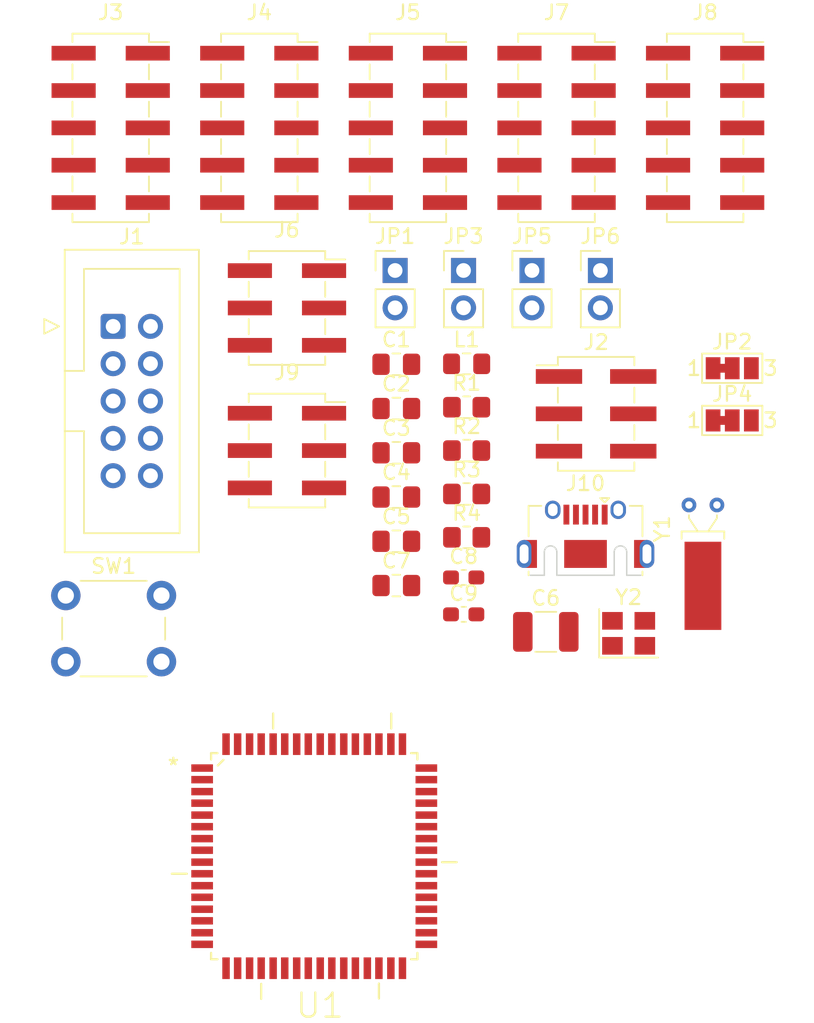
<source format=kicad_pcb>
(kicad_pcb (version 20221018) (generator pcbnew)
  (title_block (title "ATXMEGA256 Miniboard") (date "2025-03-20") (rev "1.0") (company "Koło Naukowe Mikrosystemów ONYKS") (comment 1 "Szymon Bartosik"))
  (layers (0 "F.Cu" signal) (31 "B.Cu" signal) (34 "B.Paste" user) (35 "F.Paste" user) (36 "B.SilkS" user "B.Silkscreen") (37 "F.SilkS" user "F.Silkscreen") (38 "B.Mask" user) (39 "F.Mask" user) (44 "Edge.Cuts" user))
  (net 0 "")
  (net 1 "GND")
  (net 2 "Net-(J1-Pin_3)")
  (net 3 "Net-(U1-AVCC)")
  (net 4 "Net-(JP2-A)")
  (net 5 "Net-(JP4-A)")
  (net 6 "/PB6")
  (net 7 "/PB7")
  (net 8 "/~{RESET}")
  (net 9 "/PB4")
  (net 12 "/PB5")
  (net 13 "/PDI_DATA")
  (net 16 "/PC1")
  (net 17 "/PC3")
  (net 18 "/PC0")
  (net 19 "/PC5")
  (net 20 "/PC2")
  (net 21 "/PC7")
  (net 22 "/PC4")
  (net 23 "/PC6")
  (net 24 "/PA1")
  (net 25 "/PA0")
  (net 26 "/PA3")
  (net 27 "/PA2")
  (net 28 "/PA5")
  (net 29 "/PA4")
  (net 30 "/PA7")
  (net 31 "/PA6")
  (net 32 "/PD1")
  (net 33 "/PD3")
  (net 34 "/PD0")
  (net 35 "/PD5")
  (net 36 "/PD2")
  (net 37 "/PD7")
  (net 38 "/PD4")
  (net 39 "/PD6")
  (net 40 "/PE0")
  (net 41 "/PE1")
  (net 42 "/PE2")
  (net 43 "/PE3")
  (net 44 "/PE4")
  (net 45 "/PE5")
  (net 46 "/PB1")
  (net 47 "/PB0")
  (net 48 "/PB3")
  (net 49 "/PB2")
  (net 50 "/PF1")
  (net 51 "/PF3")
  (net 52 "/PF0")
  (net 53 "/VBAT")
  (net 54 "/PF2")
  (net 55 "/PF7")
  (net 56 "/PF4")
  (net 57 "/PF6")
  (net 58 "Net-(J9-Pin_1)")
  (net 59 "Net-(J9-Pin_6)")
  (net 60 "+5V")
  (net 61 "Net-(J10-D-)")
  (net 62 "Net-(J10-D+)")
  (net 64 "+3V3")
  (net 65 "Net-(JP2-C)")
  (net 66 "Net-(JP3-B)")
  (net 67 "Net-(JP4-C)")
  (net 68 "Net-(JP5-A)")
  (net 69 "Net-(JP6-A)")
  (net 70 "Net-(R2-Pad1)")
  (net 71 "Net-(U1-TOSC2)")
  (net 72 "Net-(U1-TOSC1)")
  (footprint "Connector_PinSocket_2.54mm:PinSocket_2x03_P2.54mm_Vertical_SMD" (layer "F.Cu") (at 134.544 81.732)
    (fp_text reference "J9" (at 0 -5.31) (layer "F.SilkS"))
    (fp_text value "ZL264-6DG")
    (pad "1" smd rect (at 2.52 -2.54) (size 3 1) (layers "F.Cu" "F.Paste" "F.Mask") (net 58 "Net-(J9-Pin_1)"))
    (pad "2" smd rect (at -2.52 -2.54) (size 3 1) (layers "F.Cu" "F.Paste" "F.Mask") (net 2 "Net-(J1-Pin_3)"))
    (pad "3" smd rect (at 2.52 0) (size 3 1) (layers "F.Cu" "F.Paste" "F.Mask") (net 1 "GND"))
    (pad "4" smd rect (at -2.52 0) (size 3 1) (layers "F.Cu" "F.Paste" "F.Mask") (net 2 "Net-(J1-Pin_3)"))
    (pad "5" smd rect (at 2.52 2.54) (size 3 1) (layers "F.Cu" "F.Paste" "F.Mask") (net 1 "GND"))
    (pad "6" smd rect (at -2.52 2.54) (size 3 1) (layers "F.Cu" "F.Paste" "F.Mask") (net 59 "Net-(J9-Pin_6)"))
  )
  (footprint "Connector_PinHeader_2.54mm:PinHeader_1x02_P2.54mm_Vertical" (layer "F.Cu") (at 141.894 69.482)
    (fp_text reference "JP1" (at 0 -2.33) (layer "F.SilkS"))
    (fp_text value "DS1021-1X2SF162-B")
    (pad "1" thru_hole rect (at 0 0) (size 1.7 1.7) (drill 1) (layers "*.Cu" "*.Mask") (net 64 "+3V3"))
    (pad "2" thru_hole oval (at 0 2.54) (size 1.7 1.7) (drill 1) (layers "*.Cu" "*.Mask") (net 2 "Net-(J1-Pin_3)"))
  )
  (footprint "Connector_PinHeader_2.54mm:PinHeader_1x02_P2.54mm_Vertical" (layer "F.Cu") (at 151.194 69.482)
    (fp_text reference "JP5" (at 0 -2.33) (layer "F.SilkS"))
    (fp_text value "DS1021-1X2SF162-B")
    (pad "1" thru_hole rect (at 0 0) (size 1.7 1.7) (drill 1) (layers "*.Cu" "*.Mask") (net 68 "Net-(JP5-A)"))
    (pad "2" thru_hole oval (at 0 2.54) (size 1.7 1.7) (drill 1) (layers "*.Cu" "*.Mask") (net 37 "/PD7"))
  )
  (footprint "Capacitor_SMD:C_0805_2012Metric_Pad1.18x1.45mm_HandSolder" (layer "F.Cu") (at 141.974 78.872)
    (fp_text reference "C2" (at 0 -1.68) (layer "F.SilkS"))
    (fp_text value "100n")
    (pad "1" smd roundrect (at -1.0375 0) (size 1.175 1.45) (layers "F.Cu" "F.Paste" "F.Mask") (roundrect_rratio 0.212766) (net 1 "GND"))
    (pad "2" smd roundrect (at 1.0375 0) (size 1.175 1.45) (layers "F.Cu" "F.Paste" "F.Mask") (roundrect_rratio 0.212766) (net 2 "Net-(J1-Pin_3)"))
  )
  (footprint "Capacitor_SMD:C_0805_2012Metric_Pad1.18x1.45mm_HandSolder" (layer "F.Cu") (at 141.974 90.912)
    (fp_text reference "C7" (at 0 -1.68) (layer "F.SilkS"))
    (fp_text value "100n")
    (pad "1" smd roundrect (at -1.0375 0) (size 1.175 1.45) (layers "F.Cu" "F.Paste" "F.Mask") (roundrect_rratio 0.212766) (net 1 "GND"))
    (pad "2" smd roundrect (at 1.0375 0) (size 1.175 1.45) (layers "F.Cu" "F.Paste" "F.Mask") (roundrect_rratio 0.212766) (net 3 "Net-(U1-AVCC)"))
  )
  (footprint "ATXMega256A3B-AU:QFP80P1600X1600X120-64N" (layer "F.Cu") (at 136.398 109.3216)
    (fp_text reference "U1" (at 0.381 10.16) (layer "F.SilkS") (effects (font (size 1.64 1.64))))
    (fp_text value "ATXMEGA256A3B-AU")
    (fp_text user "*" (at -9.5758 -6.1468) (layer "F.SilkS"))
    (fp_text user "*" (at -9.5758 -6.1468) (layer "F.SilkS"))
    (pad "1" smd rect (at -7.62 -5.9944) (size 1.4732 0.508) (layers "F.Cu" "F.Paste" "F.Mask") (net 26 "/PA3"))
    (pad "2" smd rect (at -7.62 -5.207) (size 1.4732 0.508) (layers "F.Cu" "F.Paste" "F.Mask") (net 29 "/PA4"))
    (pad "3" smd rect (at -7.62 -4.3942) (size 1.4732 0.508) (layers "F.Cu" "F.Paste" "F.Mask") (net 28 "/PA5"))
    (pad "4" smd rect (at -7.62 -3.6068) (size 1.4732 0.508) (layers "F.Cu" "F.Paste" "F.Mask") (net 31 "/PA6"))
    (pad "5" smd rect (at -7.62 -2.794) (size 1.4732 0.508) (layers "F.Cu" "F.Paste" "F.Mask") (net 30 "/PA7"))
    (pad "6" smd rect (at -7.62 -2.0066) (size 1.4732 0.508) (layers "F.Cu" "F.Paste" "F.Mask") (net 47 "/PB0"))
    (pad "7" smd rect (at -7.62 -1.1938) (size 1.4732 0.508) (layers "F.Cu" "F.Paste" "F.Mask") (net 46 "/PB1"))
    (pad "8" smd rect (at -7.62 -0.4064) (size 1.4732 0.508) (layers "F.Cu" "F.Paste" "F.Mask") (net 49 "/PB2"))
    (pad "9" smd rect (at -7.62 0.4064) (size 1.4732 0.508) (layers "F.Cu" "F.Paste" "F.Mask") (net 48 "/PB3"))
    (pad "10" smd rect (at -7.62 1.1938) (size 1.4732 0.508) (layers "F.Cu" "F.Paste" "F.Mask") (net 9 "/PB4"))
    (pad "11" smd rect (at -7.62 2.0066) (size 1.4732 0.508) (layers "F.Cu" "F.Paste" "F.Mask") (net 12 "/PB5"))
    (pad "12" smd rect (at -7.62 2.794) (size 1.4732 0.508) (layers "F.Cu" "F.Paste" "F.Mask") (net 6 "/PB6"))
    (pad "13" smd rect (at -7.62 3.6068) (size 1.4732 0.508) (layers "F.Cu" "F.Paste" "F.Mask") (net 7 "/PB7"))
    (pad "14" smd rect (at -7.62 4.3942) (size 1.4732 0.508) (layers "F.Cu" "F.Paste" "F.Mask") (net 1 "GND"))
    (pad "15" smd rect (at -7.62 5.207) (size 1.4732 0.508) (layers "F.Cu" "F.Paste" "F.Mask") (net 2 "Net-(J1-Pin_3)"))
    (pad "16" smd rect (at -7.62 5.9944) (size 1.4732 0.508) (layers "F.Cu" "F.Paste" "F.Mask") (net 18 "/PC0"))
    (pad "17" smd rect (at -5.9944 7.62) (size 0.508 1.4732) (layers "F.Cu" "F.Paste" "F.Mask") (net 16 "/PC1"))
    (pad "18" smd rect (at -5.207 7.62) (size 0.508 1.4732) (layers "F.Cu" "F.Paste" "F.Mask") (net 20 "/PC2"))
    (pad "19" smd rect (at -4.3942 7.62) (size 0.508 1.4732) (layers "F.Cu" "F.Paste" "F.Mask") (net 17 "/PC3"))
    (pad "20" smd rect (at -3.6068 7.62) (size 0.508 1.4732) (layers "F.Cu" "F.Paste" "F.Mask") (net 22 "/PC4"))
    (pad "21" smd rect (at -2.794 7.62) (size 0.508 1.4732) (layers "F.Cu" "F.Paste" "F.Mask") (net 19 "/PC5"))
    (pad "22" smd rect (at -2.0066 7.62) (size 0.508 1.4732) (layers "F.Cu" "F.Paste" "F.Mask") (net 23 "/PC6"))
    (pad "23" smd rect (at -1.1938 7.62) (size 0.508 1.4732) (layers "F.Cu" "F.Paste" "F.Mask") (net 21 "/PC7"))
    (pad "24" smd rect (at -0.4064 7.62) (size 0.508 1.4732) (layers "F.Cu" "F.Paste" "F.Mask") (net 1 "GND"))
    (pad "25" smd rect (at 0.4064 7.62) (size 0.508 1.4732) (layers "F.Cu" "F.Paste" "F.Mask") (net 2 "Net-(J1-Pin_3)"))
    (pad "26" smd rect (at 1.1938 7.62) (size 0.508 1.4732) (layers "F.Cu" "F.Paste" "F.Mask") (net 34 "/PD0"))
    (pad "27" smd rect (at 2.0066 7.62) (size 0.508 1.4732) (layers "F.Cu" "F.Paste" "F.Mask") (net 32 "/PD1"))
    (pad "28" smd rect (at 2.794 7.62) (size 0.508 1.4732) (layers "F.Cu" "F.Paste" "F.Mask") (net 36 "/PD2"))
    (pad "29" smd rect (at 3.6068 7.62) (size 0.508 1.4732) (layers "F.Cu" "F.Paste" "F.Mask") (net 33 "/PD3"))
    (pad "30" smd rect (at 4.3942 7.62) (size 0.508 1.4732) (layers "F.Cu" "F.Paste" "F.Mask") (net 38 "/PD4"))
    (pad "31" smd rect (at 5.207 7.62) (size 0.508 1.4732) (layers "F.Cu" "F.Paste" "F.Mask") (net 35 "/PD5"))
    (pad "32" smd rect (at 5.9944 7.62) (size 0.508 1.4732) (layers "F.Cu" "F.Paste" "F.Mask") (net 39 "/PD6"))
    (pad "33" smd rect (at 7.62 5.9944) (size 1.4732 0.508) (layers "F.Cu" "F.Paste" "F.Mask") (net 37 "/PD7"))
    (pad "34" smd rect (at 7.62 5.207) (size 1.4732 0.508) (layers "F.Cu" "F.Paste" "F.Mask") (net 1 "GND"))
    (pad "35" smd rect (at 7.62 4.3942) (size 1.4732 0.508) (layers "F.Cu" "F.Paste" "F.Mask") (net 2 "Net-(J1-Pin_3)"))
    (pad "36" smd rect (at 7.62 3.6068) (size 1.4732 0.508) (layers "F.Cu" "F.Paste" "F.Mask") (net 40 "/PE0"))
    (pad "37" smd rect (at 7.62 2.794) (size 1.4732 0.508) (layers "F.Cu" "F.Paste" "F.Mask") (net 41 "/PE1"))
    (pad "38" smd rect (at 7.62 2.0066) (size 1.4732 0.508) (layers "F.Cu" "F.Paste" "F.Mask") (net 42 "/PE2"))
    (pad "39" smd rect (at 7.62 1.1938) (size 1.4732 0.508) (layers "F.Cu" "F.Paste" "F.Mask") (net 43 "/PE3"))
    (pad "40" smd rect (at 7.62 0.4064) (size 1.4732 0.508) (layers "F.Cu" "F.Paste" "F.Mask") (net 44 "/PE4"))
    (pad "41" smd rect (at 7.62 -0.4064) (size 1.4732 0.508) (layers "F.Cu" "F.Paste" "F.Mask") (net 45 "/PE5"))
    (pad "42" smd rect (at 7.62 -1.1938) (size 1.4732 0.508) (layers "F.Cu" "F.Paste" "F.Mask") (net 71 "Net-(U1-TOSC2)"))
    (pad "43" smd rect (at 7.62 -2.0066) (size 1.4732 0.508) (layers "F.Cu" "F.Paste" "F.Mask") (net 72 "Net-(U1-TOSC1)"))
    (pad "44" smd rect (at 7.62 -2.794) (size 1.4732 0.508) (layers "F.Cu" "F.Paste" "F.Mask") (net 1 "GND"))
    (pad "45" smd rect (at 7.62 -3.6068) (size 1.4732 0.508) (layers "F.Cu" "F.Paste" "F.Mask") (net 2 "Net-(J1-Pin_3)"))
    (pad "46" smd rect (at 7.62 -4.3942) (size 1.4732 0.508) (layers "F.Cu" "F.Paste" "F.Mask") (net 52 "/PF0"))
    (pad "47" smd rect (at 7.62 -5.207) (size 1.4732 0.508) (layers "F.Cu" "F.Paste" "F.Mask") (net 50 "/PF1"))
    (pad "48" smd rect (at 7.62 -5.9944) (size 1.4732 0.508) (layers "F.Cu" "F.Paste" "F.Mask") (net 54 "/PF2"))
    (pad "49" smd rect (at 5.9944 -7.62) (size 0.508 1.4732) (layers "F.Cu" "F.Paste" "F.Mask") (net 51 "/PF3"))
    (pad "50" smd rect (at 5.207 -7.62) (size 0.508 1.4732) (layers "F.Cu" "F.Paste" "F.Mask") (net 56 "/PF4"))
    (pad "51" smd rect (at 4.3942 -7.62) (size 0.508 1.4732) (layers "F.Cu" "F.Paste" "F.Mask") (net 66 "Net-(JP3-B)"))
    (pad "52" smd rect (at 3.6068 -7.62) (size 0.508 1.4732) (layers "F.Cu" "F.Paste" "F.Mask") (net 1 "GND"))
    (pad "53" smd rect (at 2.794 -7.62) (size 0.508 1.4732) (layers "F.Cu" "F.Paste" "F.Mask") (net 2 "Net-(J1-Pin_3)"))
    (pad "54" smd rect (at 2.0066 -7.62) (size 0.508 1.4732) (layers "F.Cu" "F.Paste" "F.Mask") (net 57 "/PF6"))
    (pad "55" smd rect (at 1.1938 -7.62) (size 0.508 1.4732) (layers "F.Cu" "F.Paste" "F.Mask") (net 55 "/PF7"))
    (pad "56" smd rect (at 0.4064 -7.62) (size 0.508 1.4732) (layers "F.Cu" "F.Paste" "F.Mask") (net 13 "/PDI_DATA"))
    (pad "57" smd rect (at -0.4064 -7.62) (size 0.508 1.4732) (layers "F.Cu" "F.Paste" "F.Mask") (net 8 "/~{RESET}"))
    (pad "58" smd rect (at -1.1938 -7.62) (size 0.508 1.4732) (layers "F.Cu" "F.Paste" "F.Mask") (net 65 "Net-(JP2-C)"))
    (pad "59" smd rect (at -2.0066 -7.62) (size 0.508 1.4732) (layers "F.Cu" "F.Paste" "F.Mask") (net 67 "Net-(JP4-C)"))
    (pad "60" smd rect (at -2.794 -7.62) (size 0.508 1.4732) (layers "F.Cu" "F.Paste" "F.Mask") (net 1 "GND"))
    (pad "61" smd rect (at -3.6068 -7.62) (size 0.508 1.4732) (layers "F.Cu" "F.Paste" "F.Mask") (net 3 "Net-(U1-AVCC)"))
    (pad "62" smd rect (at -4.3942 -7.62) (size 0.508 1.4732) (layers "F.Cu" "F.Paste" "F.Mask") (net 25 "/PA0"))
    (pad "63" smd rect (at -5.207 -7.62) (size 0.508 1.4732) (layers "F.Cu" "F.Paste" "F.Mask") (net 24 "/PA1"))
    (pad "64" smd rect (at -5.9944 -7.62) (size 0.508 1.4732) (layers "F.Cu" "F.Paste" "F.Mask") (net 27 "/PA2"))
  )
  (footprint "Capacitor_SMD:C_0603_1608Metric_Pad1.08x0.95mm_HandSolder" (layer "F.Cu") (at 146.554 92.872)
    (fp_text reference "C9" (at 0 -1.43) (layer "F.SilkS"))
    (fp_text value "12p")
    (pad "1" smd roundrect (at -0.8625 0) (size 1.075 0.95) (layers "F.Cu" "F.Paste" "F.Mask") (net 1 "GND"))
    (pad "2" smd roundrect (at 0.8625 0) (size 1.075 0.95) (layers "F.Cu" "F.Paste" "F.Mask") (net 5 "Net-(JP4-A)"))
  )
  (footprint "Connector_PinHeader_2.54mm:PinHeader_1x02_P2.54mm_Vertical" (layer "F.Cu") (at 155.844 69.482)
    (fp_text reference "JP6" (at 0 -2.33) (layer "F.SilkS"))
    (fp_text value "DS1021-1X2SF162-B")
    (pad "1" thru_hole rect (at 0 0) (size 1.7 1.7) (drill 1) (layers "*.Cu" "*.Mask") (net 69 "Net-(JP6-A)"))
    (pad "2" thru_hole oval (at 0 2.54) (size 1.7 1.7) (drill 1) (layers "*.Cu" "*.Mask") (net 39 "/PD6"))
  )
  (footprint "Capacitor_SMD:C_0805_2012Metric_Pad1.18x1.45mm_HandSolder" (layer "F.Cu") (at 141.974 81.882)
    (fp_text reference "C3" (at 0 -1.68) (layer "F.SilkS"))
    (fp_text value "100n")
    (pad "1" smd roundrect (at -1.0375 0) (size 1.175 1.45) (layers "F.Cu" "F.Paste" "F.Mask") (roundrect_rratio 0.212766) (net 1 "GND"))
    (pad "2" smd roundrect (at 1.0375 0) (size 1.175 1.45) (layers "F.Cu" "F.Paste" "F.Mask") (roundrect_rratio 0.212766) (net 2 "Net-(J1-Pin_3)"))
  )
  (footprint "Connector_PinSocket_2.54mm:PinSocket_2x05_P2.54mm_Vertical_SMD" (layer "F.Cu") (at 132.664 59.782)
    (fp_text reference "J4" (at 0 -7.85) (layer "F.SilkS"))
    (fp_text value "ZL264-10DG")
    (pad "1" smd rect (at 2.52 -5.08) (size 3 1) (layers "F.Cu" "F.Paste" "F.Mask") (net 2 "Net-(J1-Pin_3)"))
    (pad "2" smd rect (at -2.52 -5.08) (size 3 1) (layers "F.Cu" "F.Paste" "F.Mask") (net 24 "/PA1"))
    (pad "3" smd rect (at 2.52 -2.54) (size 3 1) (layers "F.Cu" "F.Paste" "F.Mask") (net 25 "/PA0"))
    (pad "4" smd rect (at -2.52 -2.54) (size 3 1) (layers "F.Cu" "F.Paste" "F.Mask") (net 26 "/PA3"))
    (pad "5" smd rect (at 2.52 0) (size 3 1) (layers "F.Cu" "F.Paste" "F.Mask") (net 27 "/PA2"))
    (pad "6" smd rect (at -2.52 0) (size 3 1) (layers "F.Cu" "F.Paste" "F.Mask") (net 28 "/PA5"))
    (pad "7" smd rect (at 2.52 2.54) (size 3 1) (layers "F.Cu" "F.Paste" "F.Mask") (net 29 "/PA4"))
    (pad "8" smd rect (at -2.52 2.54) (size 3 1) (layers "F.Cu" "F.Paste" "F.Mask") (net 30 "/PA7"))
    (pad "9" smd rect (at 2.52 5.08) (size 3 1) (layers "F.Cu" "F.Paste" "F.Mask") (net 31 "/PA6"))
    (pad "10" smd rect (at -2.52 5.08) (size 3 1) (layers "F.Cu" "F.Paste" "F.Mask") (net 1 "GND"))
  )
  (footprint "Jumper:SolderJumper-3_P1.3mm_Bridged12_Pad1.0x1.5mm_NumberLabels" (layer "F.Cu") (at 164.804 76.132)
    (fp_text reference "JP2" (at 0 -1.8) (layer "F.SilkS"))
    (fp_text value "Solder Jumper")
    (fp_text user "1" (at -2.6 0) (layer "F.SilkS"))
    (fp_text user "3" (at 2.6 0) (layer "F.SilkS"))
    (fp_poly (pts (xy -0.9 -0.3) (xy -0.4 -0.3) (xy -0.4 0.3) (xy -0.9 0.3)) (fill solid) (layer "F.Cu"))
    (pad "1" smd rect (at -1.3 0) (size 1 1.5) (layers "F.Cu" "F.Mask") (net 4 "Net-(JP2-A)"))
    (pad "2" smd rect (at 0 0) (size 1 1.5) (layers "F.Cu" "F.Mask") (net 65 "Net-(JP2-C)"))
    (pad "3" smd rect (at 1.3 0) (size 1 1.5) (layers "F.Cu" "F.Mask") (net 58 "Net-(J9-Pin_1)"))
  )
  (footprint "Connector_PinSocket_2.54mm:PinSocket_2x05_P2.54mm_Vertical_SMD" (layer "F.Cu") (at 152.864 59.782)
    (fp_text reference "J7" (at 0 -7.85) (layer "F.SilkS"))
    (fp_text value "ZL264-10DG")
    (pad "1" smd rect (at 2.52 -5.08) (size 3 1) (layers "F.Cu" "F.Paste" "F.Mask") (net 2 "Net-(J1-Pin_3)"))
    (pad "2" smd rect (at -2.52 -5.08) (size 3 1) (layers "F.Cu" "F.Paste" "F.Mask") (net 46 "/PB1"))
    (pad "3" smd rect (at 2.52 -2.54) (size 3 1) (layers "F.Cu" "F.Paste" "F.Mask") (net 47 "/PB0"))
    (pad "4" smd rect (at -2.52 -2.54) (size 3 1) (layers "F.Cu" "F.Paste" "F.Mask") (net 48 "/PB3"))
    (pad "5" smd rect (at 2.52 0) (size 3 1) (layers "F.Cu" "F.Paste" "F.Mask") (net 49 "/PB2"))
    (pad "6" smd rect (at -2.52 0) (size 3 1) (layers "F.Cu" "F.Paste" "F.Mask") (net 12 "/PB5"))
    (pad "7" smd rect (at 2.52 2.54) (size 3 1) (layers "F.Cu" "F.Paste" "F.Mask") (net 9 "/PB4"))
    (pad "8" smd rect (at -2.52 2.54) (size 3 1) (layers "F.Cu" "F.Paste" "F.Mask") (net 7 "/PB7"))
    (pad "9" smd rect (at 2.52 5.08) (size 3 1) (layers "F.Cu" "F.Paste" "F.Mask") (net 6 "/PB6"))
    (pad "10" smd rect (at -2.52 5.08) (size 3 1) (layers "F.Cu" "F.Paste" "F.Mask") (net 1 "GND"))
  )
  (footprint "Capacitor_SMD:C_0805_2012Metric_Pad1.18x1.45mm_HandSolder" (layer "F.Cu") (at 141.974 75.862)
    (fp_text reference "C1" (at 0 -1.68) (layer "F.SilkS"))
    (fp_text value "100n")
    (pad "1" smd roundrect (at -1.0375 0) (size 1.175 1.45) (layers "F.Cu" "F.Paste" "F.Mask") (roundrect_rratio 0.212766) (net 1 "GND"))
    (pad "2" smd roundrect (at 1.0375 0) (size 1.175 1.45) (layers "F.Cu" "F.Paste" "F.Mask") (roundrect_rratio 0.212766) (net 2 "Net-(J1-Pin_3)"))
  )
  (footprint "Crystal:Crystal_DS26_D2.0mm_L6.0mm_Horizontal_1EP_style1" (layer "F.Cu") (at 161.864 85.432)
    (fp_text reference "Y1" (at -1.82 1.625 90) (layer "F.SilkS"))
    (fp_text value "LFXTAL014219")
    (pad "1" thru_hole circle (at 0 0) (size 1 1) (drill 0.5) (layers "*.Cu" "*.Mask") (net 71 "Net-(U1-TOSC2)"))
    (pad "2" thru_hole circle (at 1.9 0) (size 1 1) (drill 0.5) (layers "*.Cu" "*.Mask") (net 72 "Net-(U1-TOSC1)"))
    (pad "3" smd rect (at 0.95 5.5) (size 2.5 6) (layers "F.Cu" "F.Paste" "F.Mask") (net 1 "GND"))
  )
  (footprint "Connector_PinSocket_2.54mm:PinSocket_2x05_P2.54mm_Vertical_SMD" (layer "F.Cu") (at 122.564 59.782)
    (fp_text reference "J3" (at 0 -7.85) (layer "F.SilkS"))
    (fp_text value "ZL264-10DG")
    (pad "1" smd rect (at 2.52 -5.08) (size 3 1) (layers "F.Cu" "F.Paste" "F.Mask") (net 16 "/PC1"))
    (pad "2" smd rect (at -2.52 -5.08) (size 3 1) (layers "F.Cu" "F.Paste" "F.Mask") (net 2 "Net-(J1-Pin_3)"))
    (pad "3" smd rect (at 2.52 -2.54) (size 3 1) (layers "F.Cu" "F.Paste" "F.Mask") (net 17 "/PC3"))
    (pad "4" smd rect (at -2.52 -2.54) (size 3 1) (layers "F.Cu" "F.Paste" "F.Mask") (net 18 "/PC0"))
    (pad "5" smd rect (at 2.52 0) (size 3 1) (layers "F.Cu" "F.Paste" "F.Mask") (net 19 "/PC5"))
    (pad "6" smd rect (at -2.52 0) (size 3 1) (layers "F.Cu" "F.Paste" "F.Mask") (net 20 "/PC2"))
    (pad "7" smd rect (at 2.52 2.54) (size 3 1) (layers "F.Cu" "F.Paste" "F.Mask") (net 21 "/PC7"))
    (pad "8" smd rect (at -2.52 2.54) (size 3 1) (layers "F.Cu" "F.Paste" "F.Mask") (net 22 "/PC4"))
    (pad "9" smd rect (at 2.52 5.08) (size 3 1) (layers "F.Cu" "F.Paste" "F.Mask") (net 1 "GND"))
    (pad "10" smd rect (at -2.52 5.08) (size 3 1) (layers "F.Cu" "F.Paste" "F.Mask") (net 23 "/PC6"))
  )
  (footprint "Connector_PinSocket_2.54mm:PinSocket_2x05_P2.54mm_Vertical_SMD" (layer "F.Cu") (at 142.764 59.782)
    (fp_text reference "J5" (at 0 -7.85) (layer "F.SilkS"))
    (fp_text value "ZL264-10DG")
    (pad "1" smd rect (at 2.52 -5.08) (size 3 1) (layers "F.Cu" "F.Paste" "F.Mask") (net 32 "/PD1"))
    (pad "2" smd rect (at -2.52 -5.08) (size 3 1) (layers "F.Cu" "F.Paste" "F.Mask") (net 2 "Net-(J1-Pin_3)"))
    (pad "3" smd rect (at 2.52 -2.54) (size 3 1) (layers "F.Cu" "F.Paste" "F.Mask") (net 33 "/PD3"))
    (pad "4" smd rect (at -2.52 -2.54) (size 3 1) (layers "F.Cu" "F.Paste" "F.Mask") (net 34 "/PD0"))
    (pad "5" smd rect (at 2.52 0) (size 3 1) (layers "F.Cu" "F.Paste" "F.Mask") (net 35 "/PD5"))
    (pad "6" smd rect (at -2.52 0) (size 3 1) (layers "F.Cu" "F.Paste" "F.Mask") (net 36 "/PD2"))
    (pad "7" smd rect (at 2.52 2.54) (size 3 1) (layers "F.Cu" "F.Paste" "F.Mask") (net 37 "/PD7"))
    (pad "8" smd rect (at -2.52 2.54) (size 3 1) (layers "F.Cu" "F.Paste" "F.Mask") (net 38 "/PD4"))
    (pad "9" smd rect (at 2.52 5.08) (size 3 1) (layers "F.Cu" "F.Paste" "F.Mask") (net 1 "GND"))
    (pad "10" smd rect (at -2.52 5.08) (size 3 1) (layers "F.Cu" "F.Paste" "F.Mask") (net 39 "/PD6"))
  )
  (footprint "Connector_PinSocket_2.54mm:PinSocket_2x05_P2.54mm_Vertical_SMD" (layer "F.Cu") (at 162.964 59.782)
    (fp_text reference "J8" (at 0 -7.85) (layer "F.SilkS"))
    (fp_text value "ZL264-10DG")
    (pad "1" smd rect (at 2.52 -5.08) (size 3 1) (layers "F.Cu" "F.Paste" "F.Mask") (net 50 "/PF1"))
    (pad "2" smd rect (at -2.52 -5.08) (size 3 1) (layers "F.Cu" "F.Paste" "F.Mask") (net 2 "Net-(J1-Pin_3)"))
    (pad "3" smd rect (at 2.52 -2.54) (size 3 1) (layers "F.Cu" "F.Paste" "F.Mask") (net 51 "/PF3"))
    (pad "4" smd rect (at -2.52 -2.54) (size 3 1) (layers "F.Cu" "F.Paste" "F.Mask") (net 52 "/PF0"))
    (pad "5" smd rect (at 2.52 0) (size 3 1) (layers "F.Cu" "F.Paste" "F.Mask") (net 53 "/VBAT"))
    (pad "6" smd rect (at -2.52 0) (size 3 1) (layers "F.Cu" "F.Paste" "F.Mask") (net 54 "/PF2"))
    (pad "7" smd rect (at 2.52 2.54) (size 3 1) (layers "F.Cu" "F.Paste" "F.Mask") (net 55 "/PF7"))
    (pad "8" smd rect (at -2.52 2.54) (size 3 1) (layers "F.Cu" "F.Paste" "F.Mask") (net 56 "/PF4"))
    (pad "9" smd rect (at 2.52 5.08) (size 3 1) (layers "F.Cu" "F.Paste" "F.Mask") (net 1 "GND"))
    (pad "10" smd rect (at -2.52 5.08) (size 3 1) (layers "F.Cu" "F.Paste" "F.Mask") (net 57 "/PF6"))
  )
  (footprint "Crystal:Crystal_SMD_3225-4Pin_3.2x2.5mm" (layer "F.Cu") (at 157.764 94.162)
    (fp_text reference "Y2" (at 0 -2.45) (layer "F.SilkS"))
    (fp_text value " LFXTAL053426")
    (pad "1" smd rect (at -1.1 0.85) (size 1.4 1.2) (layers "F.Cu" "F.Paste" "F.Mask") (net 5 "Net-(JP4-A)"))
    (pad "2" smd rect (at 1.1 0.85) (size 1.4 1.2) (layers "F.Cu" "F.Paste" "F.Mask") (net 1 "GND"))
    (pad "3" smd rect (at 1.1 -0.85) (size 1.4 1.2) (layers "F.Cu" "F.Paste" "F.Mask") (net 4 "Net-(JP2-A)"))
    (pad "4" smd rect (at -1.1 -0.85) (size 1.4 1.2) (layers "F.Cu" "F.Paste" "F.Mask") (net 1 "GND"))
  )
  (footprint "Resistor_SMD:R_0805_2012Metric_Pad1.20x1.40mm_HandSolder" (layer "F.Cu") (at 146.754 81.732)
    (fp_text reference "R2" (at 0 -1.65) (layer "F.SilkS"))
    (fp_text value "330R")
    (pad "1" smd roundrect (at -1 0) (size 1.2 1.4) (layers "F.Cu" "F.Paste" "F.Mask") (roundrect_rratio 0.208333) (net 70 "Net-(R2-Pad1)"))
    (pad "2" smd roundrect (at 1 0) (size 1.2 1.4) (layers "F.Cu" "F.Paste" "F.Mask") (roundrect_rratio 0.208333) (net 8 "/~{RESET}"))
  )
  (footprint "Inductor_SMD:L_0805_2012Metric_Pad1.15x1.40mm_HandSolder" (layer "F.Cu") (at 146.754 75.832)
    (fp_text reference "L1" (at 0 -1.65) (layer "F.SilkS"))
    (fp_text value "2u")
    (pad "1" smd roundrect (at -1.025 0) (size 1.15 1.4) (layers "F.Cu" "F.Paste" "F.Mask") (roundrect_rratio 0.217391) (net 3 "Net-(U1-AVCC)"))
    (pad "2" smd roundrect (at 1.025 0) (size 1.15 1.4) (layers "F.Cu" "F.Paste" "F.Mask") (roundrect_rratio 0.217391) (net 2 "Net-(J1-Pin_3)"))
  )
  (footprint "Connector_PinHeader_2.54mm:PinHeader_2x03_P2.54mm_Vertical_SMD" (layer "F.Cu") (at 155.554 79.232)
    (fp_text reference "J2" (at 0 -4.87) (layer "F.SilkS"))
    (fp_text value "DS1021-2*3SF11-B")
    (pad "1" smd rect (at -2.525 -2.54) (size 3.15 1) (layers "F.Cu" "F.Paste" "F.Mask") (net 13 "/PDI_DATA"))
    (pad "2" smd rect (at 2.525 -2.54) (size 3.15 1) (layers "F.Cu" "F.Paste" "F.Mask") (net 2 "Net-(J1-Pin_3)"))
    (pad "3" smd rect (at -2.525 0) (size 3.15 1) (layers "F.Cu" "F.Paste" "F.Mask"))
    (pad "4" smd rect (at 2.525 0) (size 3.15 1) (layers "F.Cu" "F.Paste" "F.Mask"))
    (pad "5" smd rect (at -2.525 2.54) (size 3.15 1) (layers "F.Cu" "F.Paste" "F.Mask") (net 8 "/~{RESET}"))
    (pad "6" smd rect (at 2.525 2.54) (size 3.15 1) (layers "F.Cu" "F.Paste" "F.Mask") (net 1 "GND"))
  )
  (footprint "Capacitor_SMD:C_0805_2012Metric_Pad1.18x1.45mm_HandSolder" (layer "F.Cu") (at 141.974 84.892)
    (fp_text reference "C4" (at 0 -1.68) (layer "F.SilkS"))
    (fp_text value "100n")
    (pad "1" smd roundrect (at -1.0375 0) (size 1.175 1.45) (layers "F.Cu" "F.Paste" "F.Mask") (roundrect_rratio 0.212766) (net 1 "GND"))
    (pad "2" smd roundrect (at 1.0375 0) (size 1.175 1.45) (layers "F.Cu" "F.Paste" "F.Mask") (roundrect_rratio 0.212766) (net 2 "Net-(J1-Pin_3)"))
  )
  (footprint "Connector_PinHeader_2.54mm:PinHeader_1x02_P2.54mm_Vertical" (layer "F.Cu") (at 146.544 69.482)
    (fp_text reference "JP3" (at 0 -2.33) (layer "F.SilkS"))
    (fp_text value "DS1021-1X2SF162-B")
    (pad "1" thru_hole rect (at 0 0) (size 1.7 1.7) (drill 1) (layers "*.Cu" "*.Mask") (net 53 "/VBAT"))
    (pad "2" thru_hole oval (at 0 2.54) (size 1.7 1.7) (drill 1) (layers "*.Cu" "*.Mask") (net 66 "Net-(JP3-B)"))
  )
  (footprint "Capacitor_SMD:C_0603_1608Metric_Pad1.08x0.95mm_HandSolder" (layer "F.Cu") (at 146.554 90.362)
    (fp_text reference "C8" (at 0 -1.43) (layer "F.SilkS"))
    (fp_text value "12p")
    (pad "1" smd roundrect (at -0.8625 0) (size 1.075 0.95) (layers "F.Cu" "F.Paste" "F.Mask") (net 1 "GND"))
    (pad "2" smd roundrect (at 0.8625 0) (size 1.075 0.95) (layers "F.Cu" "F.Paste" "F.Mask") (net 4 "Net-(JP2-A)"))
  )
  (footprint "Capacitor_SMD:C_0805_2012Metric_Pad1.18x1.45mm_HandSolder" (layer "F.Cu") (at 141.974 87.902)
    (fp_text reference "C5" (at 0 -1.68) (layer "F.SilkS"))
    (fp_text value "100n")
    (pad "1" smd roundrect (at -1.0375 0) (size 1.175 1.45) (layers "F.Cu" "F.Paste" "F.Mask") (roundrect_rratio 0.212766) (net 1 "GND"))
    (pad "2" smd roundrect (at 1.0375 0) (size 1.175 1.45) (layers "F.Cu" "F.Paste" "F.Mask") (roundrect_rratio 0.212766) (net 2 "Net-(J1-Pin_3)"))
  )
  (footprint "Connector_PinSocket_2.54mm:PinSocket_2x03_P2.54mm_Vertical_SMD" (layer "F.Cu") (at 134.544 72.032)
    (fp_text reference "J6" (at 0 -5.31) (layer "F.SilkS"))
    (fp_text value "ZL264-6DG")
    (pad "1" smd rect (at 2.52 -2.54) (size 3 1) (layers "F.Cu" "F.Paste" "F.Mask") (net 40 "/PE0"))
    (pad "2" smd rect (at -2.52 -2.54) (size 3 1) (layers "F.Cu" "F.Paste" "F.Mask") (net 41 "/PE1"))
    (pad "3" smd rect (at 2.52 0) (size 3 1) (layers "F.Cu" "F.Paste" "F.Mask") (net 42 "/PE2"))
    (pad "4" smd rect (at -2.52 0) (size 3 1) (layers "F.Cu" "F.Paste" "F.Mask") (net 43 "/PE3"))
    (pad "5" smd rect (at 2.52 2.54) (size 3 1) (layers "F.Cu" "F.Paste" "F.Mask") (net 44 "/PE4"))
    (pad "6" smd rect (at -2.52 2.54) (size 3 1) (layers "F.Cu" "F.Paste" "F.Mask") (net 45 "/PE5"))
  )
  (footprint "Resistor_SMD:R_0805_2012Metric_Pad1.20x1.40mm_HandSolder" (layer "F.Cu") (at 146.754 84.682)
    (fp_text reference "R3" (at 0 -1.65) (layer "F.SilkS"))
    (fp_text value "22R")
    (pad "1" smd roundrect (at -1 0) (size 1.2 1.4) (layers "F.Cu" "F.Paste" "F.Mask") (roundrect_rratio 0.208333) (net 62 "Net-(J10-D+)"))
    (pad "2" smd roundrect (at 1 0) (size 1.2 1.4) (layers "F.Cu" "F.Paste" "F.Mask") (roundrect_rratio 0.208333) (net 68 "Net-(JP5-A)"))
  )
  (footprint "Button_Switch_THT:SW_PUSH_6mm_H7.3mm" (layer "F.Cu") (at 119.514 91.592)
    (fp_text reference "SW1" (at 3.25 -2) (layer "F.SilkS"))
    (fp_text value "1301.9303")
    (pad "1" thru_hole circle (at 0 0 90) (size 2 2) (drill 1.1) (layers "*.Cu" "*.Mask") (net 1 "GND"))
    (pad "1" thru_hole circle (at 6.5 0 90) (size 2 2) (drill 1.1) (layers "*.Cu" "*.Mask") (net 1 "GND"))
    (pad "2" thru_hole circle (at 0 4.5 90) (size 2 2) (drill 1.1) (layers "*.Cu" "*.Mask") (net 70 "Net-(R2-Pad1)"))
    (pad "2" thru_hole circle (at 6.5 4.5 90) (size 2 2) (drill 1.1) (layers "*.Cu" "*.Mask") (net 70 "Net-(R2-Pad1)"))
  )
  (footprint "Resistor_SMD:R_0805_2012Metric_Pad1.20x1.40mm_HandSolder" (layer "F.Cu") (at 146.754 78.782)
    (fp_text reference "R1" (at 0 -1.65) (layer "F.SilkS"))
    (fp_text value "10k")
    (pad "1" smd roundrect (at -1 0) (size 1.2 1.4) (layers "F.Cu" "F.Paste" "F.Mask") (roundrect_rratio 0.208333) (net 2 "Net-(J1-Pin_3)"))
    (pad "2" smd roundrect (at 1 0) (size 1.2 1.4) (layers "F.Cu" "F.Paste" "F.Mask") (roundrect_rratio 0.208333) (net 8 "/~{RESET}"))
  )
  (footprint "Connector_USB:USB_Micro-AB_Molex_47590-0001" (layer "F.Cu") (at 154.834 88.762)
    (fp_text reference "J10" (at 0 -4.8 -180) (layer "F.SilkS"))
    (fp_text value "USB_B_Micro")
    (fp_line (start -3.75 1.45) (end -2.8 1.45) (stroke (width 0.1)) (layer "Edge.Cuts"))
    (fp_line (start -2.8 -0.125) (end -2.8 1.45) (stroke (width 0.1)) (layer "Edge.Cuts"))
    (fp_line (start -1.95 -0.125) (end -1.95 1.45) (stroke (width 0.1)) (layer "Edge.Cuts"))
    (fp_line (start -1.95 1.45) (end 1.95 1.45) (stroke (width 0.1)) (layer "Edge.Cuts"))
    (fp_line (start 1.95 -0.125) (end 1.95 1.45) (stroke (width 0.1)) (layer "Edge.Cuts"))
    (fp_line (start 2.8 -0.125) (end 2.8 1.45) (stroke (width 0.1)) (layer "Edge.Cuts"))
    (fp_line (start 2.8 1.45) (end 3.75 1.45) (stroke (width 0.1)) (layer "Edge.Cuts"))
    (fp_arc (start -2.8 -0.125) (mid -2.375 -0.55) (end -1.95 -0.125) (stroke (width 0.1)) (layer "Edge.Cuts"))
    (fp_arc (start 1.95 -0.125) (mid 2.375 -0.55) (end 2.8 -0.125) (stroke (width 0.1)) (layer "Edge.Cuts"))
    (pad "1" smd rect (at 1.3 -2.675) (size 0.4 1.35) (layers "F.Cu" "F.Paste" "F.Mask") (net 60 "+5V"))
    (pad "2" smd rect (at 0.65 -2.675) (size 0.4 1.35) (layers "F.Cu" "F.Paste" "F.Mask") (net 61 "Net-(J10-D-)"))
    (pad "3" smd rect (at 0 -2.675) (size 0.4 1.35) (layers "F.Cu" "F.Paste" "F.Mask") (net 62 "Net-(J10-D+)"))
    (pad "4" smd rect (at -0.65 -2.675) (size 0.4 1.35) (layers "F.Cu" "F.Paste" "F.Mask"))
    (pad "5" smd rect (at -1.3 -2.675) (size 0.4 1.35) (layers "F.Cu" "F.Paste" "F.Mask") (net 1 "GND"))
    (pad "6" thru_hole oval (at -4.175 0) (size 1 1.9) (drill oval 0.6 1.3) (layers "*.Cu" "*.Mask") (net 1 "GND"))
    (pad "6" smd rect (at -3.7375 0) (size 0.875 1.9) (layers "F.Cu" "F.Mask") (net 1 "GND"))
    (pad "6" thru_hole oval (at -2.225 -3) (size 1.05 1.25) (drill oval 0.65 0.85) (layers "*.Cu" "*.Mask") (net 1 "GND"))
    (pad "6" smd rect (at 0 0) (size 2.9 1.9) (layers "F.Cu" "F.Paste" "F.Mask") (net 1 "GND"))
    (pad "6" thru_hole oval (at 2.225 -3) (size 1.05 1.25) (drill oval 0.65 0.85) (layers "*.Cu" "*.Mask") (net 1 "GND"))
    (pad "6" smd rect (at 3.7375 0) (size 0.875 1.9) (layers "F.Cu" "F.Mask") (net 1 "GND"))
    (pad "6" thru_hole oval (at 4.175 0) (size 1 1.9) (drill oval 0.6 1.3) (layers "*.Cu" "*.Mask") (net 1 "GND"))
  )
  (footprint "Capacitor_SMD:C_1210_3225Metric_Pad1.33x2.70mm_HandSolder" (layer "F.Cu") (at 152.134 94.062)
    (fp_text reference "C6" (at 0 -2.3) (layer "F.SilkS"))
    (fp_text value "10u")
    (pad "1" smd roundrect (at -1.5625 0) (size 1.325 2.7) (layers "F.Cu" "F.Paste" "F.Mask") (roundrect_rratio 0.188679) (net 1 "GND"))
    (pad "2" smd roundrect (at 1.5625 0) (size 1.325 2.7) (layers "F.Cu" "F.Paste" "F.Mask") (roundrect_rratio 0.188679) (net 3 "Net-(U1-AVCC)"))
  )
  (footprint "Jumper:SolderJumper-3_P1.3mm_Bridged12_Pad1.0x1.5mm_NumberLabels" (layer "F.Cu") (at 164.804 79.682)
    (fp_text reference "JP4" (at 0 -1.8) (layer "F.SilkS"))
    (fp_text value "Solder Jumper")
    (fp_text user "3" (at 2.6 0) (layer "F.SilkS"))
    (fp_text user "1" (at -2.6 0) (layer "F.SilkS"))
    (fp_poly (pts (xy -0.9 -0.3) (xy -0.4 -0.3) (xy -0.4 0.3) (xy -0.9 0.3)) (fill solid) (layer "F.Cu"))
    (pad "1" smd rect (at -1.3 0) (size 1 1.5) (layers "F.Cu" "F.Mask") (net 5 "Net-(JP4-A)"))
    (pad "2" smd rect (at 0 0) (size 1 1.5) (layers "F.Cu" "F.Mask") (net 67 "Net-(JP4-C)"))
    (pad "3" smd rect (at 1.3 0) (size 1 1.5) (layers "F.Cu" "F.Mask") (net 59 "Net-(J9-Pin_6)"))
  )
  (footprint "Resistor_SMD:R_0805_2012Metric_Pad1.20x1.40mm_HandSolder" (layer "F.Cu") (at 146.754 87.632)
    (fp_text reference "R4" (at 0 -1.65) (layer "F.SilkS"))
    (fp_text value "22R")
    (pad "1" smd roundrect (at -1 0) (size 1.2 1.4) (layers "F.Cu" "F.Paste" "F.Mask") (roundrect_rratio 0.208333) (net 69 "Net-(JP6-A)"))
    (pad "2" smd roundrect (at 1 0) (size 1.2 1.4) (layers "F.Cu" "F.Paste" "F.Mask") (roundrect_rratio 0.208333) (net 61 "Net-(J10-D-)"))
  )
  (footprint "Connector_IDC:IDC-Header_2x05_P2.54mm_Vertical" (layer "F.Cu") (at 122.729 73.282)
    (fp_text reference "J1" (at 1.27 -6.1) (layer "F.SilkS"))
    (fp_text value "DS1013-10SSIB1-B-0")
    (pad "1" thru_hole roundrect (at 0 0) (size 1.7 1.7) (drill 1) (layers "*.Cu" "*.Mask") (roundrect_rratio 0.147059) (net 1 "GND"))
    (pad "2" thru_hole circle (at 2.54 0) (size 1.7 1.7) (drill 1) (layers "*.Cu" "*.Mask") (net 6 "/PB6"))
    (pad "3" thru_hole circle (at 0 2.54) (size 1.7 1.7) (drill 1) (layers "*.Cu" "*.Mask") (net 2 "Net-(J1-Pin_3)"))
    (pad "4" thru_hole circle (at 2.54 2.54) (size 1.7 1.7) (drill 1) (layers "*.Cu" "*.Mask") (net 7 "/PB7"))
    (pad "5" thru_hole circle (at 0 5.08) (size 1.7 1.7) (drill 1) (layers "*.Cu" "*.Mask") (net 8 "/~{RESET}"))
    (pad "6" thru_hole circle (at 2.54 5.08) (size 1.7 1.7) (drill 1) (layers "*.Cu" "*.Mask") (net 9 "/PB4"))
    (pad "7" thru_hole circle (at 0 7.62) (size 1.7 1.7) (drill 1) (layers "*.Cu" "*.Mask"))
    (pad "8" thru_hole circle (at 2.54 7.62) (size 1.7 1.7) (drill 1) (layers "*.Cu" "*.Mask"))
    (pad "9" thru_hole circle (at 0 10.16) (size 1.7 1.7) (drill 1) (layers "*.Cu" "*.Mask") (net 1 "GND"))
    (pad "10" thru_hole circle (at 2.54 10.16) (size 1.7 1.7) (drill 1) (layers "*.Cu" "*.Mask") (net 12 "/PB5"))
  )
)
</source>
